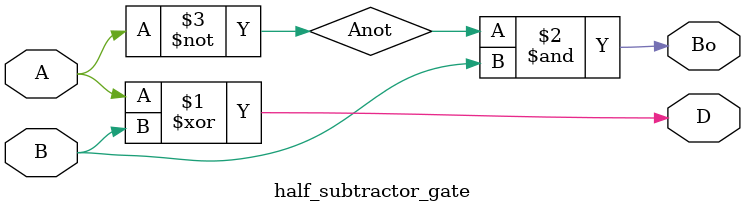
<source format=v>
module half_subtractor_gate(A, B, D, Bo);
  input A, B;
  output D, Bo;
  wire Anot;
  
  not(Anot, A);
  xor(D, A, B);
  and(Bo, Anot, B);
endmodule

</source>
